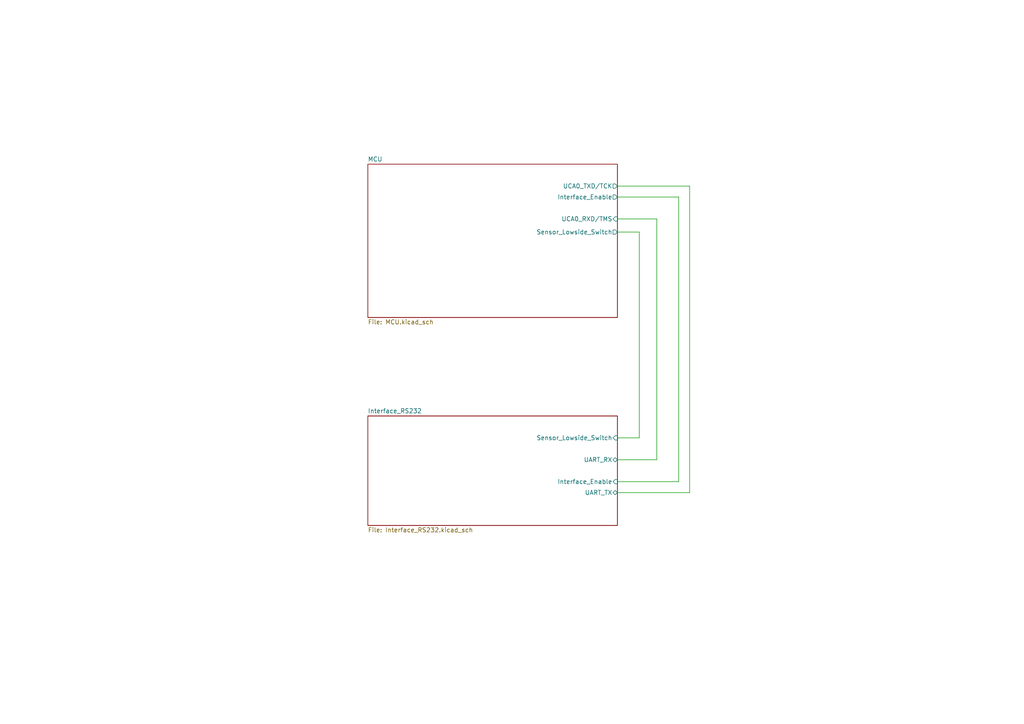
<source format=kicad_sch>
(kicad_sch (version 20211123) (generator eeschema)
  (paper "A4")
  (lib_symbols)
  (wire (pts (xy 196.85 57.15) (xy 179.07 57.15)))
  (wire (pts (xy 179.07 53.975) (xy 200.025 53.975)))
  (wire (pts (xy 190.5 63.5) (xy 190.5 133.35)))
  (wire (pts (xy 179.07 139.7) (xy 196.85 139.7)))
  (wire (pts (xy 179.07 63.5) (xy 190.5 63.5)))
  (wire (pts (xy 179.07 67.31) (xy 185.42 67.31)))
  (wire (pts (xy 185.42 67.31) (xy 185.42 127)))
  (wire (pts (xy 196.85 139.7) (xy 196.85 57.15)))
  (wire (pts (xy 179.07 142.875) (xy 200.025 142.875)))
  (wire (pts (xy 190.5 133.35) (xy 179.07 133.35)))
  (wire (pts (xy 200.025 53.975) (xy 200.025 142.875)))
  (wire (pts (xy 185.42 127) (xy 179.07 127)))
  (sheet (at 106.68 120.65) (size 72.39 31.75) (stroke (width 0.1524))
    (property "Sheet name" "Interface_RS232" (at 106.68 119.9384 0) (effects (justify left bottom)))
    (property "Sheet file" "Interface_RS232.kicad_sch" (at 106.68 152.9846 0) (effects (justify left top)))
    (pin "UART_RX" bidirectional (at 179.07 133.35 0))
    (pin "Interface_Enable" input (at 179.07 139.7 0))
    (pin "UART_TX" bidirectional (at 179.07 142.875 0))
    (pin "Sensor_Lowside_Switch" input (at 179.07 127 0))
  )
  (sheet (at 106.68 47.625) (size 72.39 44.45) (stroke (width 0.1524))
    (property "Sheet name" "MCU" (at 106.68 46.9134 0) (effects (justify left bottom)))
    (property "Sheet file" "MCU.kicad_sch" (at 106.68 92.6596 0) (effects (justify left top)))
    (pin "UCA0_TXD{slash}TCK" output (at 179.07 53.975 0))
    (pin "UCA0_RXD{slash}TMS" input (at 179.07 63.5 0))
    (pin "Interface_Enable" output (at 179.07 57.15 0))
    (pin "Sensor_Lowside_Switch" output (at 179.07 67.31 0))
  )
)
</source>
